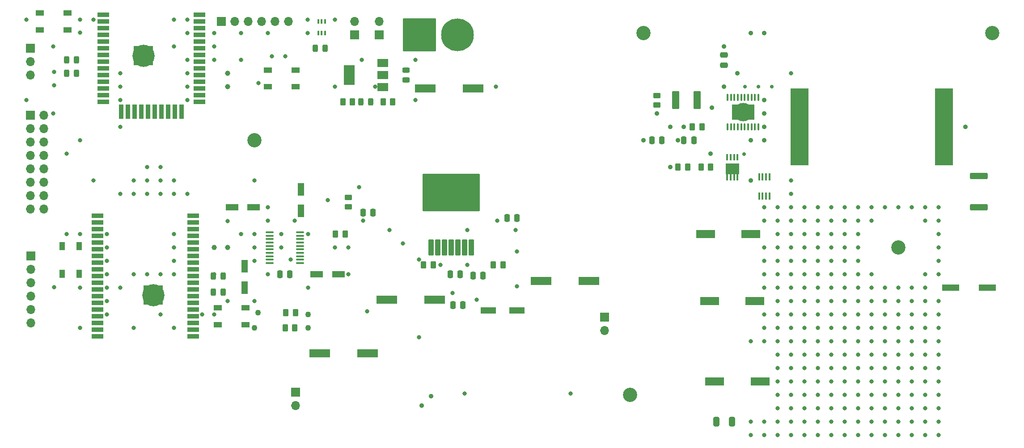
<source format=gbr>
%TF.GenerationSoftware,KiCad,Pcbnew,7.0.10*%
%TF.CreationDate,2024-03-06T13:01:35-05:00*%
%TF.ProjectId,PCB_Main_Final,5043425f-4d61-4696-9e5f-46696e616c2e,rev?*%
%TF.SameCoordinates,Original*%
%TF.FileFunction,Soldermask,Top*%
%TF.FilePolarity,Negative*%
%FSLAX46Y46*%
G04 Gerber Fmt 4.6, Leading zero omitted, Abs format (unit mm)*
G04 Created by KiCad (PCBNEW 7.0.10) date 2024-03-06 13:01:35*
%MOMM*%
%LPD*%
G01*
G04 APERTURE LIST*
G04 Aperture macros list*
%AMRoundRect*
0 Rectangle with rounded corners*
0 $1 Rounding radius*
0 $2 $3 $4 $5 $6 $7 $8 $9 X,Y pos of 4 corners*
0 Add a 4 corners polygon primitive as box body*
4,1,4,$2,$3,$4,$5,$6,$7,$8,$9,$2,$3,0*
0 Add four circle primitives for the rounded corners*
1,1,$1+$1,$2,$3*
1,1,$1+$1,$4,$5*
1,1,$1+$1,$6,$7*
1,1,$1+$1,$8,$9*
0 Add four rect primitives between the rounded corners*
20,1,$1+$1,$2,$3,$4,$5,0*
20,1,$1+$1,$4,$5,$6,$7,0*
20,1,$1+$1,$6,$7,$8,$9,0*
20,1,$1+$1,$8,$9,$2,$3,0*%
G04 Aperture macros list end*
%ADD10C,2.700000*%
%ADD11RoundRect,0.100000X0.637500X0.100000X-0.637500X0.100000X-0.637500X-0.100000X0.637500X-0.100000X0*%
%ADD12R,3.352800X14.554200*%
%ADD13RoundRect,0.250000X-0.325000X-0.650000X0.325000X-0.650000X0.325000X0.650000X-0.325000X0.650000X0*%
%ADD14RoundRect,0.250000X0.262500X0.450000X-0.262500X0.450000X-0.262500X-0.450000X0.262500X-0.450000X0*%
%ADD15RoundRect,0.243750X-0.243750X-0.456250X0.243750X-0.456250X0.243750X0.456250X-0.243750X0.456250X0*%
%ADD16RoundRect,0.250000X-0.250000X-0.475000X0.250000X-0.475000X0.250000X0.475000X-0.250000X0.475000X0*%
%ADD17RoundRect,0.250000X0.250000X0.475000X-0.250000X0.475000X-0.250000X-0.475000X0.250000X-0.475000X0*%
%ADD18R,2.413000X1.168400*%
%ADD19RoundRect,0.250000X1.425000X-0.362500X1.425000X0.362500X-1.425000X0.362500X-1.425000X-0.362500X0*%
%ADD20RoundRect,0.249999X-0.450001X-1.450001X0.450001X-1.450001X0.450001X1.450001X-0.450001X1.450001X0*%
%ADD21R,2.000000X1.500000*%
%ADD22R,2.000000X3.800000*%
%ADD23R,1.700000X1.700000*%
%ADD24O,1.700000X1.700000*%
%ADD25R,2.997200X1.193800*%
%ADD26R,3.911600X1.498600*%
%ADD27R,0.304800X1.294801*%
%ADD28R,2.500000X2.000000*%
%ADD29R,2.160000X0.900000*%
%ADD30R,0.900000X2.700000*%
%ADD31R,0.900000X0.900000*%
%ADD32RoundRect,0.250000X0.450000X-0.262500X0.450000X0.262500X-0.450000X0.262500X-0.450000X-0.262500X0*%
%ADD33R,1.549400X0.990600*%
%ADD34RoundRect,0.243750X0.243750X0.456250X-0.243750X0.456250X-0.243750X-0.456250X0.243750X-0.456250X0*%
%ADD35RoundRect,0.243750X0.456250X-0.243750X0.456250X0.243750X-0.456250X0.243750X-0.456250X-0.243750X0*%
%ADD36O,0.349999X1.400000*%
%ADD37R,4.199999X2.999999*%
%ADD38C,6.204000*%
%ADD39RoundRect,0.102000X-3.000000X-3.000000X3.000000X-3.000000X3.000000X3.000000X-3.000000X3.000000X0*%
%ADD40R,1.168400X2.413000*%
%ADD41RoundRect,0.250000X-0.262500X-0.450000X0.262500X-0.450000X0.262500X0.450000X-0.262500X0.450000X0*%
%ADD42RoundRect,0.250000X0.475000X-0.250000X0.475000X0.250000X-0.475000X0.250000X-0.475000X-0.250000X0*%
%ADD43R,0.990600X1.549400*%
%ADD44R,0.439998X1.389999*%
%ADD45R,3.606800X1.498600*%
%ADD46R,0.355600X0.876300*%
%ADD47RoundRect,0.102000X-0.445000X-1.395000X0.445000X-1.395000X0.445000X1.395000X-0.445000X1.395000X0*%
%ADD48RoundRect,0.102000X-5.290000X-3.420000X5.290000X-3.420000X5.290000X3.420000X-5.290000X3.420000X0*%
%ADD49R,3.302000X1.219200*%
%ADD50C,0.800000*%
%ADD51C,0.900000*%
%ADD52C,1.100000*%
%ADD53C,4.200000*%
%ADD54C,0.700000*%
%ADD55C,1.000000*%
%ADD56C,3.500000*%
%ADD57C,6.500000*%
G04 APERTURE END LIST*
D10*
%TO.C,H9*%
X88900000Y-73660000D03*
%TD*%
D11*
%TO.C,U9*%
X97482500Y-96905000D03*
X97482500Y-96255000D03*
X97482500Y-95605000D03*
X97482500Y-94955000D03*
X97482500Y-94305000D03*
X97482500Y-93655000D03*
X97482500Y-93005000D03*
X97482500Y-92355000D03*
X97482500Y-91705000D03*
X97482500Y-91055000D03*
X91757500Y-91055000D03*
X91757500Y-91705000D03*
X91757500Y-92355000D03*
X91757500Y-93005000D03*
X91757500Y-93655000D03*
X91757500Y-94305000D03*
X91757500Y-94955000D03*
X91757500Y-95605000D03*
X91757500Y-96255000D03*
X91757500Y-96905000D03*
%TD*%
D12*
%TO.C,L2*%
X219417900Y-71120000D03*
X192062100Y-71120000D03*
%TD*%
D13*
%TO.C,Coutx2*%
X176325000Y-127000000D03*
X179275000Y-127000000D03*
%TD*%
D14*
%TO.C,RsnR1*%
X135913500Y-97282000D03*
X134088500Y-97282000D03*
%TD*%
D15*
%TO.C,D10*%
X81112500Y-99365000D03*
X82987500Y-99365000D03*
%TD*%
D16*
%TO.C,CsnL1*%
X126431000Y-104902000D03*
X128331000Y-104902000D03*
%TD*%
D17*
%TO.C,CsnR2*%
X132141000Y-99314000D03*
X130241000Y-99314000D03*
%TD*%
D18*
%TO.C,C43*%
X100665200Y-99060000D03*
X104780000Y-99060000D03*
%TD*%
D19*
%TO.C,Rsense2*%
X226060000Y-86360000D03*
X226060000Y-80435000D03*
%TD*%
D14*
%TO.C,TH2*%
X107450000Y-66345000D03*
X105625000Y-66345000D03*
%TD*%
D10*
%TO.C,H8*%
X228600000Y-53340000D03*
%TD*%
D20*
%TO.C,Ccomp3*%
X168620000Y-66040000D03*
X172720000Y-66040000D03*
%TD*%
D21*
%TO.C,U10*%
X113140000Y-63565000D03*
X113140000Y-61265000D03*
D22*
X106840000Y-61265000D03*
D21*
X113140000Y-58965000D03*
%TD*%
D23*
%TO.C,J5*%
X96647000Y-121407000D03*
D24*
X96647000Y-123947000D03*
%TD*%
D10*
%TO.C,H7*%
X162560000Y-53340000D03*
%TD*%
D25*
%TO.C,Cb3*%
X133184900Y-105918000D03*
X138595100Y-105918000D03*
%TD*%
D23*
%TO.C,LightSensorConnector2*%
X46490000Y-56185000D03*
D24*
X46490000Y-58725000D03*
X46490000Y-61265000D03*
%TD*%
D23*
%TO.C,J8*%
X46490000Y-68885000D03*
D24*
X49030000Y-68885000D03*
X46490000Y-71425000D03*
X49030000Y-71425000D03*
X46490000Y-73965000D03*
X49030000Y-73965000D03*
X46490000Y-76505000D03*
X49030000Y-76505000D03*
X46490000Y-79045000D03*
X49030000Y-79045000D03*
X46490000Y-81585000D03*
X49030000Y-81585000D03*
X46490000Y-84125000D03*
X49030000Y-84125000D03*
X46490000Y-86665000D03*
X49030000Y-86665000D03*
%TD*%
D10*
%TO.C,H6*%
X210820000Y-93980000D03*
%TD*%
D26*
%TO.C,C0L1*%
X110337600Y-114046000D03*
X101244400Y-114046000D03*
%TD*%
D10*
%TO.C,H10*%
X160020000Y-121920000D03*
%TD*%
D27*
%TO.C,M4*%
X180337099Y-76847401D03*
X179687101Y-76847401D03*
X179037099Y-76847401D03*
X178387101Y-76847401D03*
X178387101Y-80640000D03*
X179037099Y-80640000D03*
X179687101Y-80640000D03*
X180337099Y-80640000D03*
D28*
X179362100Y-79071000D03*
%TD*%
D29*
%TO.C,U7*%
X60270000Y-49865000D03*
X60270000Y-51135000D03*
X60270000Y-52405000D03*
X60270000Y-53675000D03*
X60270000Y-54945000D03*
X60270000Y-56215000D03*
X60270000Y-57485000D03*
X60270000Y-58755000D03*
X60270000Y-60025000D03*
X60270000Y-61295000D03*
X60270000Y-62565000D03*
X60270000Y-63835000D03*
X60270000Y-65105000D03*
X60270000Y-66375000D03*
D30*
X63630000Y-68225000D03*
X64900000Y-68225000D03*
X66170000Y-68225000D03*
X67440000Y-68225000D03*
X68710000Y-68225000D03*
X69980000Y-68225000D03*
X71250000Y-68225000D03*
X72520000Y-68225000D03*
X73790000Y-68225000D03*
X75060000Y-68225000D03*
D29*
X78430000Y-66375000D03*
X78430000Y-65105000D03*
X78430000Y-63835000D03*
X78430000Y-62565000D03*
X78430000Y-61295000D03*
X78430000Y-60025000D03*
X78430000Y-58755000D03*
X78430000Y-57485000D03*
X78430000Y-56215000D03*
X78430000Y-54945000D03*
X78430000Y-53675000D03*
X78430000Y-52405000D03*
X78430000Y-51135000D03*
X78430000Y-49865000D03*
D31*
X66450000Y-56185000D03*
X66450000Y-56185000D03*
X66450000Y-57585000D03*
X66450000Y-58985000D03*
X66450000Y-58985000D03*
X67850000Y-56185000D03*
X67850000Y-57585000D03*
X67850000Y-58985000D03*
X67850000Y-58985000D03*
X69250000Y-56185000D03*
X69250000Y-57585000D03*
X69250000Y-58985000D03*
%TD*%
D32*
%TO.C,R26*%
X106680000Y-86285000D03*
X106680000Y-84460000D03*
%TD*%
D33*
%TO.C,SW8*%
X87215001Y-108584999D03*
X81964999Y-108584999D03*
X87215001Y-105385001D03*
X81964999Y-105385001D03*
%TD*%
D18*
%TO.C,C36*%
X88734900Y-86360000D03*
X84620100Y-86360000D03*
%TD*%
D34*
%TO.C,D13*%
X110927500Y-66345000D03*
X109052500Y-66345000D03*
%TD*%
D35*
%TO.C,D12*%
X117610000Y-62202500D03*
X117610000Y-60327500D03*
%TD*%
D15*
%TO.C,D11*%
X81112500Y-102405000D03*
X82987500Y-102405000D03*
%TD*%
D16*
%TO.C,CiL1*%
X109413000Y-87376000D03*
X111313000Y-87376000D03*
%TD*%
D36*
%TO.C,U11*%
X184304998Y-65520002D03*
X183654997Y-65520002D03*
X183004999Y-65520002D03*
X182354997Y-65520002D03*
X181704999Y-65520002D03*
X181054997Y-65520002D03*
X180404999Y-65520002D03*
X179754997Y-65520002D03*
X179104999Y-65520002D03*
X178454998Y-65520002D03*
X178454998Y-71120000D03*
X179104999Y-71120000D03*
X179754997Y-71120000D03*
X180404999Y-71120000D03*
X181054997Y-71120000D03*
X181704999Y-71120000D03*
X182354997Y-71120000D03*
X183004999Y-71120000D03*
X183654997Y-71120000D03*
X184304998Y-71120000D03*
D37*
X181379998Y-68320001D03*
%TD*%
D23*
%TO.C,J10*%
X107880000Y-53645000D03*
D24*
X107880000Y-51105000D03*
%TD*%
D38*
%TO.C,J7*%
X127350000Y-53645000D03*
D39*
X120150000Y-53645000D03*
%TD*%
D17*
%TO.C,C39*%
X95570000Y-99060000D03*
X93670000Y-99060000D03*
%TD*%
D40*
%TO.C,C35*%
X87000000Y-97485200D03*
X87000000Y-101600000D03*
%TD*%
D41*
%TO.C,R28*%
X113245000Y-66345000D03*
X115070000Y-66345000D03*
%TD*%
D16*
%TO.C,Ccomp4*%
X164150000Y-73660000D03*
X166050000Y-73660000D03*
%TD*%
D15*
%TO.C,D8*%
X53315000Y-60960000D03*
X55190000Y-60960000D03*
%TD*%
D17*
%TO.C,Cres2*%
X172080000Y-73660000D03*
X170180000Y-73660000D03*
%TD*%
D42*
%TO.C,Css2*%
X177800000Y-59370000D03*
X177800000Y-57470000D03*
%TD*%
D33*
%TO.C,WIO0*%
X91440000Y-60300002D03*
X96690002Y-60300002D03*
X91440000Y-63500000D03*
X96690002Y-63500000D03*
%TD*%
D15*
%TO.C,D14*%
X100374986Y-56185000D03*
X102249986Y-56185000D03*
%TD*%
D40*
%TO.C,C44*%
X97681050Y-87038450D03*
X97681050Y-82923650D03*
%TD*%
D43*
%TO.C,RIO0*%
X55709999Y-93726251D03*
X55709999Y-98976253D03*
X52510001Y-93726251D03*
X52510001Y-98976253D03*
%TD*%
D33*
%TO.C,W EN*%
X48260000Y-49505001D03*
X53510002Y-49505001D03*
X48260000Y-52704999D03*
X53510002Y-52704999D03*
%TD*%
D23*
%TO.C,J9*%
X112530000Y-53645000D03*
D24*
X112530000Y-51105000D03*
%TD*%
D41*
%TO.C,R34*%
X94695000Y-109220000D03*
X96520000Y-109220000D03*
%TD*%
D26*
%TO.C,C3b1*%
X123037600Y-103886000D03*
X113944400Y-103886000D03*
%TD*%
D15*
%TO.C,D9*%
X53315000Y-58420000D03*
X55190000Y-58420000D03*
%TD*%
D41*
%TO.C,R33*%
X94845500Y-106270000D03*
X96670500Y-106270000D03*
%TD*%
D16*
%TO.C,CiR1*%
X136718000Y-88392000D03*
X138618000Y-88392000D03*
%TD*%
D29*
%TO.C,U8*%
X77300000Y-110795000D03*
X77300000Y-109525000D03*
X77300000Y-108255000D03*
X77300000Y-106985000D03*
X77300000Y-105715000D03*
X77300000Y-104445000D03*
X77300000Y-103175000D03*
X77300000Y-101905000D03*
X77300000Y-100635000D03*
X77300000Y-99365000D03*
X77300000Y-98095000D03*
X77300000Y-96825000D03*
X77300000Y-95555000D03*
X77300000Y-94285000D03*
X77300000Y-93015000D03*
X77300000Y-91745000D03*
X77300000Y-90475000D03*
X77300000Y-89205000D03*
X77300000Y-87935000D03*
X59140000Y-87935000D03*
X59140000Y-89205000D03*
X59140000Y-90475000D03*
X59140000Y-91745000D03*
X59140000Y-93015000D03*
X59140000Y-94285000D03*
X59140000Y-95555000D03*
X59140000Y-96825000D03*
X59140000Y-98095000D03*
X59140000Y-99365000D03*
X59140000Y-100635000D03*
X59140000Y-101905000D03*
X59140000Y-103175000D03*
X59140000Y-104445000D03*
X59140000Y-105715000D03*
X59140000Y-106985000D03*
X59140000Y-108255000D03*
X59140000Y-109525000D03*
X59140000Y-110795000D03*
D31*
X71125000Y-104400000D03*
X71120000Y-103000000D03*
X71120000Y-101600000D03*
X69720000Y-104400000D03*
X69720000Y-103000000D03*
X69720000Y-101600000D03*
X68320000Y-104400000D03*
X68320000Y-103000000D03*
X68320000Y-101600000D03*
%TD*%
D26*
%TO.C,C0R1*%
X143154400Y-100330000D03*
X152247600Y-100330000D03*
%TD*%
D44*
%TO.C,M3*%
X184442097Y-84226999D03*
X185092098Y-84226999D03*
X185742097Y-84226999D03*
X186392098Y-84226999D03*
X186392098Y-80536999D03*
X185742100Y-80536999D03*
X185092098Y-80536999D03*
X184442100Y-80536999D03*
%TD*%
D45*
%TO.C,Cout6*%
X175044100Y-104140000D03*
X183654700Y-104140000D03*
%TD*%
%TO.C,Cout5*%
X176034700Y-119380000D03*
X184645300Y-119380000D03*
%TD*%
D46*
%TO.C,Q2*%
X100950014Y-53327500D03*
X101600000Y-53327500D03*
X102249986Y-53327500D03*
X102249986Y-51105000D03*
X101600000Y-51105000D03*
X100950014Y-51105000D03*
%TD*%
D47*
%TO.C,U6*%
X122301000Y-93916000D03*
X123571000Y-93916000D03*
X124841000Y-93916000D03*
X126111000Y-93916000D03*
X127381000Y-93916000D03*
X128651000Y-93916000D03*
X129921000Y-93916000D03*
D48*
X126111000Y-83566000D03*
%TD*%
D41*
%TO.C,RsnL1*%
X120880500Y-97282000D03*
X122705500Y-97282000D03*
%TD*%
D23*
%TO.C,J6*%
X155194000Y-107183000D03*
D24*
X155194000Y-109723000D03*
%TD*%
D16*
%TO.C,Csc1*%
X125923000Y-99060000D03*
X127823000Y-99060000D03*
%TD*%
D26*
%TO.C,C47*%
X121216800Y-63805000D03*
X130310000Y-63805000D03*
%TD*%
D49*
%TO.C,Cin2*%
X227622100Y-101600000D03*
X220713300Y-101600000D03*
%TD*%
D14*
%TO.C,Rslope2*%
X173632500Y-71120000D03*
X171807500Y-71120000D03*
%TD*%
D23*
%TO.C,Boot2ROVER2*%
X46515000Y-95580000D03*
D24*
X46515000Y-98120000D03*
X46515000Y-100660000D03*
X46515000Y-103200000D03*
X46515000Y-105740000D03*
X46515000Y-108280000D03*
%TD*%
D32*
%TO.C,Rcomp2*%
X165100000Y-66952500D03*
X165100000Y-65127500D03*
%TD*%
D41*
%TO.C,R25*%
X104215000Y-91440000D03*
X106040000Y-91440000D03*
%TD*%
D45*
%TO.C,Cout4*%
X174269400Y-91440000D03*
X182880000Y-91440000D03*
%TD*%
D14*
%TO.C,Rfbb2*%
X170895000Y-78740000D03*
X169070000Y-78740000D03*
%TD*%
D23*
%TO.C,Boot2WROOM2*%
X82575000Y-51105000D03*
D24*
X85115000Y-51105000D03*
X87655000Y-51105000D03*
X90195000Y-51105000D03*
X92735000Y-51105000D03*
X95275000Y-51105000D03*
%TD*%
D14*
%TO.C,Rfbt2*%
X175260000Y-78740000D03*
X173435000Y-78740000D03*
%TD*%
D50*
X96520000Y-88900000D03*
X91440000Y-53340000D03*
X99060000Y-101600000D03*
X50910153Y-101489847D03*
X73660000Y-109220000D03*
X88900000Y-81280000D03*
X93980000Y-93980000D03*
X58420000Y-50800000D03*
X109220000Y-58420000D03*
X66040000Y-109220000D03*
X193040000Y-99060000D03*
X203200000Y-91440000D03*
X134620000Y-63500000D03*
X200660000Y-129540000D03*
X218440000Y-129540000D03*
D51*
X170180000Y-71120000D03*
D50*
X190500000Y-60960000D03*
X218440000Y-121920000D03*
D52*
X89530000Y-106270000D03*
D50*
X205740000Y-129540000D03*
X213360000Y-109220000D03*
D53*
X67850000Y-57585000D03*
D50*
X213360000Y-101600000D03*
X215900000Y-121920000D03*
X200660000Y-93980000D03*
X198120000Y-119380000D03*
X187960000Y-101600000D03*
X203200000Y-116840000D03*
X187960000Y-129540000D03*
X200660000Y-109220000D03*
X203200000Y-129540000D03*
X193040000Y-96520000D03*
X213360000Y-114300000D03*
X91440000Y-99060000D03*
X213360000Y-111760000D03*
X213360000Y-119380000D03*
X213360000Y-106680000D03*
X203200000Y-93980000D03*
X215900000Y-109220000D03*
X218440000Y-109220000D03*
X193040000Y-129540000D03*
X63500000Y-71120000D03*
X195580000Y-99060000D03*
X218440000Y-99060000D03*
X200660000Y-119380000D03*
X210820000Y-109220000D03*
X203200000Y-104140000D03*
X190500000Y-83820000D03*
X218440000Y-119380000D03*
X93980000Y-91440000D03*
X213360000Y-121920000D03*
X208280000Y-119380000D03*
X210820000Y-86360000D03*
X218440000Y-91440000D03*
X190500000Y-127000000D03*
X190500000Y-96520000D03*
D51*
X177800000Y-55880000D03*
D50*
X200660000Y-101600000D03*
X185420000Y-129540000D03*
X198120000Y-86360000D03*
X203200000Y-111760000D03*
X195580000Y-93980000D03*
X55880000Y-109220000D03*
D51*
X185420000Y-66040000D03*
D50*
X198120000Y-129540000D03*
X193040000Y-127000000D03*
X215900000Y-104140000D03*
X215900000Y-116840000D03*
X200660000Y-121920000D03*
X193040000Y-88900000D03*
X187960000Y-114300000D03*
D51*
X167640000Y-78740000D03*
D50*
X195580000Y-121920000D03*
X198120000Y-88900000D03*
X198120000Y-109220000D03*
X190500000Y-124460000D03*
X185420000Y-106680000D03*
X218440000Y-93980000D03*
X190500000Y-114300000D03*
X190500000Y-81280000D03*
X195580000Y-106680000D03*
X205740000Y-101600000D03*
X73660000Y-50800000D03*
X210820000Y-129540000D03*
X193040000Y-116840000D03*
X203200000Y-127000000D03*
X200660000Y-114300000D03*
X205740000Y-124460000D03*
X218440000Y-86360000D03*
X187960000Y-104140000D03*
X205740000Y-106680000D03*
X91440000Y-86360000D03*
X198120000Y-104140000D03*
X208280000Y-121920000D03*
X187960000Y-99060000D03*
X210820000Y-121920000D03*
X218440000Y-124460000D03*
X193040000Y-111760000D03*
X215900000Y-101600000D03*
X208280000Y-109220000D03*
X215900000Y-127000000D03*
X187960000Y-124460000D03*
X185420000Y-93980000D03*
X208280000Y-127000000D03*
X195580000Y-116840000D03*
X198120000Y-127000000D03*
X50800000Y-68580000D03*
X203200000Y-86360000D03*
X193040000Y-109220000D03*
X210820000Y-116840000D03*
X203200000Y-99060000D03*
X200660000Y-104140000D03*
X205740000Y-127000000D03*
X200660000Y-99060000D03*
X195580000Y-119380000D03*
X182880000Y-111760000D03*
X218440000Y-104140000D03*
X203200000Y-119380000D03*
X215900000Y-129540000D03*
X104140000Y-50800000D03*
X213360000Y-127000000D03*
X190500000Y-111760000D03*
X213360000Y-104140000D03*
X190500000Y-119380000D03*
X182880000Y-127000000D03*
X215900000Y-111760000D03*
X210820000Y-104140000D03*
X210820000Y-111760000D03*
X187960000Y-96520000D03*
X190500000Y-109220000D03*
X198120000Y-111760000D03*
X187960000Y-86360000D03*
X195580000Y-127000000D03*
X200660000Y-124460000D03*
X213360000Y-86360000D03*
X198120000Y-116840000D03*
X187960000Y-111760000D03*
X205740000Y-99060000D03*
X193040000Y-119380000D03*
X92147504Y-57705000D03*
X190500000Y-101600000D03*
X205740000Y-116840000D03*
X195580000Y-129540000D03*
X187960000Y-91440000D03*
X205740000Y-104140000D03*
X205740000Y-111760000D03*
X208280000Y-116840000D03*
X190500000Y-104140000D03*
X215900000Y-99060000D03*
X215900000Y-88900000D03*
X91440000Y-88900000D03*
X190500000Y-93980000D03*
X190500000Y-86360000D03*
X198120000Y-121920000D03*
X187960000Y-119380000D03*
X215900000Y-114300000D03*
X205740000Y-88900000D03*
X187960000Y-116840000D03*
X208280000Y-114300000D03*
X190500000Y-88900000D03*
X203200000Y-114300000D03*
X205740000Y-119380000D03*
X218440000Y-111760000D03*
X203200000Y-109220000D03*
X198120000Y-101600000D03*
X111760000Y-63500000D03*
X187960000Y-127000000D03*
X210820000Y-114300000D03*
X190500000Y-129540000D03*
X203200000Y-88900000D03*
X205740000Y-114300000D03*
X185420000Y-99060000D03*
X198120000Y-96520000D03*
X185420000Y-88900000D03*
X185420000Y-101600000D03*
X185420000Y-86360000D03*
D51*
X169030000Y-73660000D03*
D50*
X187960000Y-109220000D03*
X208280000Y-129540000D03*
X203200000Y-106680000D03*
X198120000Y-124460000D03*
X198120000Y-106680000D03*
X195580000Y-111760000D03*
X195580000Y-104140000D03*
X185420000Y-109220000D03*
X203200000Y-124460000D03*
X190500000Y-91440000D03*
X55880000Y-50800000D03*
X193040000Y-91440000D03*
X190500000Y-116840000D03*
X210820000Y-124460000D03*
X215900000Y-106680000D03*
X200660000Y-96520000D03*
X218440000Y-114300000D03*
X208280000Y-86360000D03*
X83820000Y-88920000D03*
X185420000Y-127000000D03*
X208280000Y-124460000D03*
D51*
X175512105Y-67407107D03*
D50*
X195580000Y-101600000D03*
X203200000Y-96520000D03*
X190500000Y-99060000D03*
X218440000Y-96520000D03*
X213360000Y-129540000D03*
X195580000Y-88900000D03*
X195580000Y-86360000D03*
X53340000Y-76200000D03*
X210820000Y-106680000D03*
X193040000Y-101600000D03*
X198120000Y-99060000D03*
X208280000Y-106680000D03*
X182880000Y-129540000D03*
X218440000Y-116840000D03*
X195580000Y-124460000D03*
X193040000Y-124460000D03*
X195580000Y-91440000D03*
X187960000Y-88900000D03*
X200660000Y-111760000D03*
X200660000Y-127000000D03*
X215900000Y-119380000D03*
X190500000Y-121920000D03*
X195580000Y-96520000D03*
X195580000Y-114300000D03*
X193040000Y-86360000D03*
X208280000Y-104140000D03*
X187960000Y-121920000D03*
X200660000Y-116840000D03*
X205740000Y-86360000D03*
X185420000Y-96520000D03*
X213360000Y-124460000D03*
X215900000Y-86360000D03*
X193040000Y-114300000D03*
X88900000Y-104140000D03*
X218440000Y-106680000D03*
X218440000Y-88900000D03*
X193040000Y-121920000D03*
X187960000Y-106680000D03*
X53340000Y-91440000D03*
X200660000Y-88900000D03*
X205740000Y-109220000D03*
D53*
X69720000Y-103000000D03*
D50*
X185420000Y-111760000D03*
X190500000Y-106680000D03*
X195580000Y-109220000D03*
X193040000Y-106680000D03*
X193040000Y-104140000D03*
X218440000Y-127000000D03*
X200660000Y-106680000D03*
X203200000Y-121920000D03*
D54*
X181556135Y-76256658D03*
D50*
X187960000Y-93980000D03*
X210820000Y-127000000D03*
X210820000Y-119380000D03*
X208280000Y-101600000D03*
X213360000Y-116840000D03*
X208280000Y-111760000D03*
X198120000Y-93980000D03*
X200660000Y-91440000D03*
X198120000Y-114300000D03*
D52*
X88900000Y-109220000D03*
D50*
X198120000Y-91440000D03*
X215900000Y-124460000D03*
X193040000Y-93980000D03*
X210820000Y-101600000D03*
X45720000Y-50800000D03*
X200660000Y-86360000D03*
X205740000Y-121920000D03*
X203200000Y-101600000D03*
X81280000Y-53340000D03*
X86360000Y-53340000D03*
X120015000Y-96266000D03*
X120015000Y-110998000D03*
X148717000Y-121666000D03*
X128651000Y-121666000D03*
D52*
X99060000Y-109220000D03*
D50*
X138557000Y-94742000D03*
D51*
X120523000Y-123952000D03*
D50*
X110206283Y-106081252D03*
X106680000Y-99060000D03*
D51*
X122301000Y-122174000D03*
D50*
X99060000Y-91440000D03*
X138557000Y-101346000D03*
D52*
X99060000Y-106680000D03*
D50*
X95778588Y-96236106D03*
X102761050Y-84981050D03*
X55880000Y-53260000D03*
X71120000Y-106680000D03*
X78980002Y-106680000D03*
X88900000Y-96520000D03*
X104140000Y-93980000D03*
X134874000Y-88900000D03*
X109474000Y-88900000D03*
X106680000Y-93980000D03*
X108712000Y-82550000D03*
D51*
X185420000Y-53340000D03*
X182880000Y-53340000D03*
D54*
X184304998Y-63500000D03*
D50*
X119380000Y-58420000D03*
X94687504Y-57705000D03*
X50800000Y-55880000D03*
X55880000Y-101600000D03*
X81280000Y-106680000D03*
X130937000Y-103886000D03*
X129159000Y-97282000D03*
D51*
X185420000Y-71120000D03*
X185420000Y-73660000D03*
X182880000Y-81280000D03*
X167640000Y-71120000D03*
X162560000Y-73660000D03*
X165100000Y-68580000D03*
D50*
X114427000Y-90678000D03*
X116967000Y-93218000D03*
X129159000Y-90678000D03*
X138303000Y-90678000D03*
X126365000Y-102616000D03*
X124079000Y-97282000D03*
D51*
X182880000Y-73660000D03*
D54*
X181764998Y-63500000D03*
D50*
X50942500Y-63195000D03*
X50942500Y-60655000D03*
X81280000Y-99060000D03*
X83820000Y-104140000D03*
X119380000Y-66040000D03*
X98939986Y-53340000D03*
X63500000Y-63500000D03*
X63500000Y-66040000D03*
X76200000Y-50800000D03*
X76200000Y-58420000D03*
X58420000Y-81280000D03*
X76200000Y-63500000D03*
X63500000Y-60960000D03*
X55880000Y-73660000D03*
X76200000Y-60960000D03*
X76200000Y-66040000D03*
D51*
X223520000Y-71120000D03*
D54*
X186844998Y-63500000D03*
D51*
X185420000Y-68580000D03*
X175260000Y-76200000D03*
D50*
X98939986Y-50800000D03*
X73660000Y-55880000D03*
X81280000Y-55880000D03*
X89607504Y-62785000D03*
X55880000Y-91440000D03*
D55*
X83820000Y-60960000D03*
X81280000Y-93980000D03*
X83820000Y-63500000D03*
X83820000Y-93980000D03*
D50*
X104140000Y-63500000D03*
D51*
X177800000Y-63500000D03*
X180340000Y-60960000D03*
D50*
X45720000Y-66040000D03*
X81280000Y-58420000D03*
X76200000Y-53340000D03*
X86360000Y-58420000D03*
X68580000Y-99060000D03*
X71120000Y-83820000D03*
X73660000Y-81280000D03*
X71120000Y-99060000D03*
X73660000Y-99060000D03*
X88900000Y-91440000D03*
X73660000Y-96520000D03*
X86360000Y-91440000D03*
X73660000Y-93980000D03*
X73660000Y-83820000D03*
X76200000Y-83820000D03*
X73660000Y-91440000D03*
X63500000Y-83820000D03*
X60960000Y-91440000D03*
X60960000Y-93980000D03*
X66040000Y-81280000D03*
X66040000Y-83820000D03*
X60960000Y-96520000D03*
X60960000Y-99060000D03*
X68580000Y-78740000D03*
X68580000Y-81280000D03*
X60960000Y-101600000D03*
X63500000Y-101600000D03*
X71120000Y-78740000D03*
X60960000Y-104140000D03*
X68580000Y-83820000D03*
X60960000Y-106680000D03*
X88900000Y-93980000D03*
X66040000Y-99060000D03*
X71120000Y-81280000D03*
D56*
X181379998Y-68320001D03*
D57*
X126111000Y-83566000D03*
M02*

</source>
